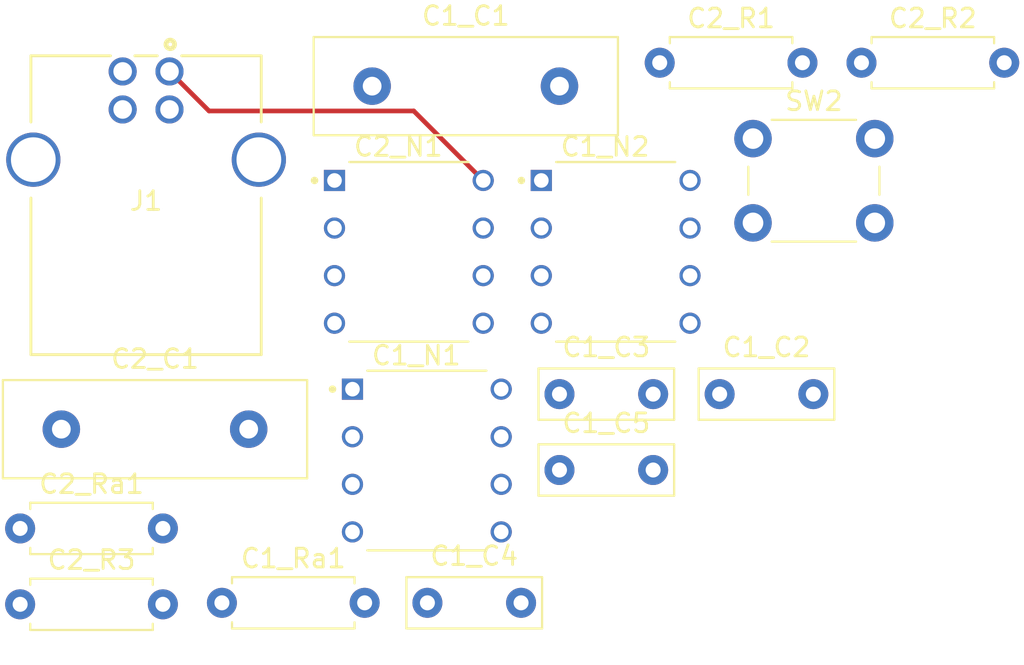
<source format=kicad_pcb>
(kicad_pcb (version 20211014) (generator pcbnew)
  (layers (0 "F.Cu" signal) (31 "B.Cu" signal) (34 "B.Paste" user) (35 "F.Paste" user) (36 "B.SilkS" user "B.Silkscreen") (37 "F.SilkS" user "F.Silkscreen") (38 "B.Mask" user) (39 "F.Mask" user) (44 "Edge.Cuts" user))
  (net 0 "")
  (net 5 "Net-(C1_C1-Pad1)")
  (net 7 "Net-(C1_N1-Pad7)")
  (net 8 "Net-(C1_C4-Pad1)")
  (net 9 "Net-(C1_N2-Pad2)")
  (net 10 "Net-(C1_N2-Pad4)")
  (net 15 "Net-(C1_C1-Pad2)")
  (net 16 "Net-(C1_C2-Pad1)")
  (net 17 "Net-(C1_C3-Pad1)")
  (net 18 "Net-(C1_C5-Pad1)")
  (net 19 "Net-(C1_N1-Pad3)")
  (net 20 "Net-(C1_N2-Pad3)")
  (net 21 "Net-(C2_C1-Pad1)")
  (net 22 "Net-(C2_N1-Pad2)")
  (net 23 "Net-(C2_N1-Pad3)")
  (footprint "Capacitor_THT:C_Disc_D7.0mm_W2.5mm_P5.00mm" (layer "F.Cu") (at 56.65 39.3)
    (fp_text reference "C1_C2" (at 2.5 -2.5) (layer "F.SilkS"))
    (fp_text value "0.01µF")
    (fp_line (start -1.12 -1.37) (end 6.12 -1.37) (layer "F.SilkS") (width 0.12))
    (fp_line (start 6.12 -1.37) (end 6.12 1.37) (layer "F.SilkS") (width 0.12))
    (fp_line (start -1.12 -1.37) (end -1.12 1.37) (layer "F.SilkS") (width 0.12))
    (fp_line (start -1.12 1.37) (end 6.12 1.37) (layer "F.SilkS") (width 0.12))
    (pad "1" thru_hole circle (at 0 0) (size 1.6 1.6) (drill 0.8) (layers *.Cu *.Mask) (net 16 "Net-(C1_C2-Pad1)"))
    (pad "2" thru_hole circle (at 5 0) (size 1.6 1.6) (drill 0.8) (layers *.Cu *.Mask) (net 15 "Net-(C1_C1-Pad2)"))
  )
  (footprint "Capacitor_THT:C_Disc_D16.0mm_W5.0mm_P10.00mm" (layer "F.Cu") (at 21.51 41.17)
    (fp_text reference "C2_C1" (at 5 -3.75) (layer "F.SilkS"))
    (fp_text value "0.1µF")
    (fp_line (start -3.12 2.62) (end 13.12 2.62) (layer "F.SilkS") (width 0.12))
    (fp_line (start -3.12 -2.62) (end 13.12 -2.62) (layer "F.SilkS") (width 0.12))
    (fp_line (start 13.12 -2.62) (end 13.12 2.62) (layer "F.SilkS") (width 0.12))
    (fp_line (start -3.12 -2.62) (end -3.12 2.62) (layer "F.SilkS") (width 0.12))
    (pad "1" thru_hole circle (at 0 0) (size 2 2) (drill 1) (layers *.Cu *.Mask) (net 21 "Net-(C2_C1-Pad1)"))
    (pad "2" thru_hole circle (at 10 0) (size 2 2) (drill 1) (layers *.Cu *.Mask) (net 15 "Net-(C1_C1-Pad2)"))
  )
  (footprint "Capacitor_THT:C_Disc_D7.0mm_W2.5mm_P5.00mm" (layer "F.Cu") (at 41.05 50.44)
    (fp_text reference "C1_C4" (at 2.5 -2.5) (layer "F.SilkS"))
    (fp_text value "0.01µF")
    (fp_line (start -1.12 -1.37) (end 6.12 -1.37) (layer "F.SilkS") (width 0.12))
    (fp_line (start 6.12 -1.37) (end 6.12 1.37) (layer "F.SilkS") (width 0.12))
    (fp_line (start -1.12 -1.37) (end -1.12 1.37) (layer "F.SilkS") (width 0.12))
    (fp_line (start -1.12 1.37) (end 6.12 1.37) (layer "F.SilkS") (width 0.12))
    (pad "1" thru_hole circle (at 0 0) (size 1.6 1.6) (drill 0.8) (layers *.Cu *.Mask) (net 8 "Net-(C1_C4-Pad1)"))
    (pad "2" thru_hole circle (at 5 0) (size 1.6 1.6) (drill 0.8) (layers *.Cu *.Mask) (net 15 "Net-(C1_C1-Pad2)"))
  )
  (footprint "Resistor_THT:R_Axial_DIN0207_L6.3mm_D2.5mm_P7.62mm_Horizontal" (layer "F.Cu") (at 19.31 50.52)
    (fp_text reference "C2_R3" (at 3.81 -2.37) (layer "F.SilkS"))
    (fp_text value "1kΩ")
    (fp_line (start 0.54 1.37) (end 7.08 1.37) (layer "F.SilkS") (width 0.12))
    (fp_line (start 0.54 -1.04) (end 0.54 -1.37) (layer "F.SilkS") (width 0.12))
    (fp_line (start 7.08 1.37) (end 7.08 1.04) (layer "F.SilkS") (width 0.12))
    (fp_line (start 7.08 -1.37) (end 7.08 -1.04) (layer "F.SilkS") (width 0.12))
    (fp_line (start 0.54 1.04) (end 0.54 1.37) (layer "F.SilkS") (width 0.12))
    (fp_line (start 0.54 -1.37) (end 7.08 -1.37) (layer "F.SilkS") (width 0.12))
    (pad "1" thru_hole circle (at 0 0) (size 1.6 1.6) (drill 0.8) (layers *.Cu *.Mask) (net 17 "Net-(C1_C3-Pad1)"))
    (pad "2" thru_hole oval (at 7.62 0) (size 1.6 1.6) (drill 0.8) (layers *.Cu *.Mask) (net 9 "Net-(C1_N2-Pad2)"))
  )
  (footprint "Button_Switch_THT:SW_PUSH_6mm" (layer "F.Cu") (at 58.43 25.66)
    (fp_text reference "SW2" (at 3.25 -2) (layer "F.SilkS"))
    (fp_text value "SW_Push_Dual")
    (fp_line (start 6.75 3) (end 6.75 1.5) (layer "F.SilkS") (width 0.12))
    (fp_line (start 5.5 -1) (end 1 -1) (layer "F.SilkS") (width 0.12))
    (fp_line (start 1 5.5) (end 5.5 5.5) (layer "F.SilkS") (width 0.12))
    (fp_line (start -0.25 1.5) (end -0.25 3) (layer "F.SilkS") (width 0.12))
    (pad "1" thru_hole circle (at 0 0 90) (size 2 2) (drill 1.1) (layers *.Cu *.Mask))
    (pad "1" thru_hole circle (at 6.5 0 90) (size 2 2) (drill 1.1) (layers *.Cu *.Mask))
    (pad "2" thru_hole circle (at 0 4.5 90) (size 2 2) (drill 1.1) (layers *.Cu *.Mask))
    (pad "2" thru_hole circle (at 6.5 4.5 90) (size 2 2) (drill 1.1) (layers *.Cu *.Mask))
  )
  (footprint "Capacitor_THT:C_Disc_D7.0mm_W2.5mm_P5.00mm" (layer "F.Cu") (at 48.1 39.3)
    (fp_text reference "C1_C3" (at 2.5 -2.5) (layer "F.SilkS"))
    (fp_text value "0.1µF")
    (fp_line (start -1.12 -1.37) (end 6.12 -1.37) (layer "F.SilkS") (width 0.12))
    (fp_line (start -1.12 1.37) (end 6.12 1.37) (layer "F.SilkS") (width 0.12))
    (fp_line (start -1.12 -1.37) (end -1.12 1.37) (layer "F.SilkS") (width 0.12))
    (fp_line (start 6.12 -1.37) (end 6.12 1.37) (layer "F.SilkS") (width 0.12))
    (pad "1" thru_hole circle (at 0 0) (size 1.6 1.6) (drill 0.8) (layers *.Cu *.Mask) (net 17 "Net-(C1_C3-Pad1)"))
    (pad "2" thru_hole circle (at 5 0) (size 1.6 1.6) (drill 0.8) (layers *.Cu *.Mask) (net 15 "Net-(C1_C1-Pad2)"))
  )
  (footprint "Resistor_THT:R_Axial_DIN0207_L6.3mm_D2.5mm_P7.62mm_Horizontal" (layer "F.Cu") (at 19.31 46.47)
    (fp_text reference "C2_Ra1" (at 3.81 -2.37) (layer "F.SilkS"))
    (fp_text value "1MΩ")
    (fp_line (start 0.54 1.04) (end 0.54 1.37) (layer "F.SilkS") (width 0.12))
    (fp_line (start 7.08 1.37) (end 7.08 1.04) (layer "F.SilkS") (width 0.12))
    (fp_line (start 7.08 -1.37) (end 7.08 -1.04) (layer "F.SilkS") (width 0.12))
    (fp_line (start 0.54 1.37) (end 7.08 1.37) (layer "F.SilkS") (width 0.12))
    (fp_line (start 0.54 -1.04) (end 0.54 -1.37) (layer "F.SilkS") (width 0.12))
    (fp_line (start 0.54 -1.37) (end 7.08 -1.37) (layer "F.SilkS") (width 0.12))
    (pad "1" thru_hole circle (at 0 0) (size 1.6 1.6) (drill 0.8) (layers *.Cu *.Mask) (net 17 "Net-(C1_C3-Pad1)"))
    (pad "2" thru_hole oval (at 7.62 0) (size 1.6 1.6) (drill 0.8) (layers *.Cu *.Mask) (net 21 "Net-(C2_C1-Pad1)"))
  )
  (footprint "NE555P:DIP794W45P254L959H508Q8" (layer "F.Cu") (at 40.06 31.705)
    (fp_text reference "C2_N1" (at -0.565 -5.607) (layer "F.SilkS"))
    (fp_text value "NE555P")
    (fp_line (start -3.175 -4.795) (end 3.175 -4.795) (layer "F.SilkS") (width 0.127))
    (fp_line (start -3.175 4.795) (end 3.175 4.795) (layer "F.SilkS") (width 0.127))
    (fp_circle (center -5.035 -3.81) (end -4.935 -3.81) (layer "F.SilkS") (width 0.2) (fill none))
    (pad "1" thru_hole rect locked (at -3.97 -3.81) (size 1.13 1.13) (drill 0.78) (layers *.Cu *.Mask) (net 15 "Net-(C1_C1-Pad2)"))
    (pad "2" thru_hole circle locked (at -3.97 -1.27) (size 1.13 1.13) (drill 0.78) (layers *.Cu *.Mask) (net 22 "Net-(C2_N1-Pad2)"))
    (pad "3" thru_hole circle locked (at -3.97 1.27) (size 1.13 1.13) (drill 0.78) (layers *.Cu *.Mask) (net 23 "Net-(C2_N1-Pad3)"))
    (pad "4" thru_hole circle locked (at -3.97 3.81) (size 1.13 1.13) (drill 0.78) (layers *.Cu *.Mask))
    (pad "5" thru_hole circle locked (at 3.97 3.81) (size 1.13 1.13) (drill 0.78) (layers *.Cu *.Mask) (net 18 "Net-(C1_C5-Pad1)"))
    (pad "6" thru_hole circle locked (at 3.97 1.27) (size 1.13 1.13) (drill 0.78) (layers *.Cu *.Mask) (net 21 "Net-(C2_C1-Pad1)"))
    (pad "7" thru_hole circle locked (at 3.97 -1.27) (size 1.13 1.13) (drill 0.78) (layers *.Cu *.Mask) (net 21 "Net-(C2_C1-Pad1)"))
    (pad "8" thru_hole circle locked (at 3.97 -3.81) (size 1.13 1.13) (drill 0.78) (layers *.Cu *.Mask) (net 17 "Net-(C1_C3-Pad1)"))
  )
  (footprint "Capacitor_THT:C_Disc_D7.0mm_W2.5mm_P5.00mm" (layer "F.Cu") (at 48.1 43.35)
    (fp_text reference "C1_C5" (at 2.5 -2.5) (layer "F.SilkS"))
    (fp_text value "0.01µF")
    (fp_line (start -1.12 -1.37) (end 6.12 -1.37) (layer "F.SilkS") (width 0.12))
    (fp_line (start 6.12 -1.37) (end 6.12 1.37) (layer "F.SilkS") (width 0.12))
    (fp_line (start -1.12 1.37) (end 6.12 1.37) (layer "F.SilkS") (width 0.12))
    (fp_line (start -1.12 -1.37) (end -1.12 1.37) (layer "F.SilkS") (width 0.12))
    (pad "1" thru_hole circle (at 0 0) (size 1.6 1.6) (drill 0.8) (layers *.Cu *.Mask) (net 18 "Net-(C1_C5-Pad1)"))
    (pad "2" thru_hole circle (at 5 0) (size 1.6 1.6) (drill 0.8) (layers *.Cu *.Mask) (net 15 "Net-(C1_C1-Pad2)"))
  )
  (footprint "Resistor_THT:R_Axial_DIN0207_L6.3mm_D2.5mm_P7.62mm_Horizontal" (layer "F.Cu") (at 64.22 21.61)
    (fp_text reference "C2_R2" (at 3.81 -2.37) (layer "F.SilkS"))
    (fp_text value "1kΩ")
    (fp_line (start 0.54 1.04) (end 0.54 1.37) (layer "F.SilkS") (width 0.12))
    (fp_line (start 0.54 -1.37) (end 7.08 -1.37) (layer "F.SilkS") (width 0.12))
    (fp_line (start 7.08 -1.37) (end 7.08 -1.04) (layer "F.SilkS") (width 0.12))
    (fp_line (start 0.54 1.37) (end 7.08 1.37) (layer "F.SilkS") (width 0.12))
    (fp_line (start 7.08 1.37) (end 7.08 1.04) (layer "F.SilkS") (width 0.12))
    (fp_line (start 0.54 -1.04) (end 0.54 -1.37) (layer "F.SilkS") (width 0.12))
    (pad "1" thru_hole circle (at 0 0) (size 1.6 1.6) (drill 0.8) (layers *.Cu *.Mask) (net 17 "Net-(C1_C3-Pad1)"))
    (pad "2" thru_hole oval (at 7.62 0) (size 1.6 1.6) (drill 0.8) (layers *.Cu *.Mask) (net 22 "Net-(C2_N1-Pad2)"))
  )
  (footprint "Resistor_THT:R_Axial_DIN0207_L6.3mm_D2.5mm_P7.62mm_Horizontal" (layer "F.Cu") (at 53.45 21.61)
    (fp_text reference "C2_R1" (at 3.81 -2.37) (layer "F.SilkS"))
    (fp_text value "1kΩ")
    (fp_line (start 7.08 -1.37) (end 7.08 -1.04) (layer "F.SilkS") (width 0.12))
    (fp_line (start 0.54 1.04) (end 0.54 1.37) (layer "F.SilkS") (width 0.12))
    (fp_line (start 0.54 -1.04) (end 0.54 -1.37) (layer "F.SilkS") (width 0.12))
    (fp_line (start 7.08 1.37) (end 7.08 1.04) (layer "F.SilkS") (width 0.12))
    (fp_line (start 0.54 1.37) (end 7.08 1.37) (layer "F.SilkS") (width 0.12))
    (fp_line (start 0.54 -1.37) (end 7.08 -1.37) (layer "F.SilkS") (width 0.12))
    (pad "1" thru_hole circle (at 0 0) (size 1.6 1.6) (drill 0.8) (layers *.Cu *.Mask) (net 17 "Net-(C1_C3-Pad1)"))
    (pad "2" thru_hole oval (at 7.62 0) (size 1.6 1.6) (drill 0.8) (layers *.Cu *.Mask) (net 10 "Net-(C1_N2-Pad4)"))
  )
  (footprint "USB B 292304-1:CONN4-292304_TEC" (layer "F.Cu") (at 24.782999 20.6311)
    (fp_text reference "J1" (at 1.25 8.3566 unlocked) (layer "F.SilkS"))
    (fp_text value "292304-1")
    (fp_line (start 7.3968 16.5608) (end 7.3968 8.202219) (layer "F.SilkS") (width 0.1524))
    (fp_line (start -4.8968 16.5608) (end 7.3968 16.5608) (layer "F.SilkS") (width 0.1524))
    (fp_line (start -0.651925 0.6096) (end -4.8968 0.6096) (layer "F.SilkS") (width 0.1524))
    (fp_line (start 1.848076 0.6096) (end 0.651925 0.6096) (layer "F.SilkS") (width 0.1524))
    (fp_line (start 7.3968 4.142181) (end 7.3968 0.6096) (layer "F.SilkS") (width 0.1524))
    (fp_line (start -4.8968 0.6096) (end -4.8968 4.142181) (layer "F.SilkS") (width 0.1524))
    (fp_line (start 7.3968 0.6096) (end 3.151925 0.6096) (layer "F.SilkS") (width 0.1524))
    (fp_line (start -4.8968 8.202219) (end -4.8968 16.5608) (layer "F.SilkS") (width 0.1524))
    (fp_circle (center 2.54 0) (end 2.6416 0) (layer "F.SilkS") (width 0.254) (fill none))
    (pad "1" thru_hole circle (at 2.5 1.4442 90) (size 1.4986 1.4986) (drill 0.9906) (layers *.Cu *.Mask) (net 17 "Net-(C1_C3-Pad1)"))
    (pad "2" thru_hole circle (at 0 1.4442 90) (size 1.4986 1.4986) (drill 0.9906) (layers *.Cu *.Mask))
    (pad "3" thru_hole circle (at 0 3.4732 90) (size 1.4986 1.4986) (drill 0.9906) (layers *.Cu *.Mask))
    (pad "4" thru_hole circle (at 2.5 3.4732 90) (size 1.4986 1.4986) (drill 0.9906) (layers *.Cu *.Mask) (net 15 "Net-(C1_C1-Pad2)"))
    (pad "5" thru_hole circle (at -4.769999 6.1542 90) (size 2.8956 2.8956) (drill 2.3876) (layers *.Cu *.Mask))
    (pad "6" thru_hole circle (at 7.269999 6.1542 90) (size 2.8956 2.8956) (drill 2.3876) (layers *.Cu *.Mask))
  )
  (footprint "NE555P:DIP794W45P254L959H508Q8" (layer "F.Cu") (at 51.1 31.705)
    (fp_text reference "C1_N2" (at -0.565 -5.607) (layer "F.SilkS"))
    (fp_text value "NE555P")
    (fp_line (start -3.175 -4.795) (end 3.175 -4.795) (layer "F.SilkS") (width 0.127))
    (fp_line (start -3.175 4.795) (end 3.175 4.795) (layer "F.SilkS") (width 0.127))
    (fp_circle (center -5.035 -3.81) (end -4.935 -3.81) (layer "F.SilkS") (width 0.2) (fill none))
    (pad "1" thru_hole rect locked (at -3.97 -3.81) (size 1.13 1.13) (drill 0.78) (layers *.Cu *.Mask) (net 15 "Net-(C1_C1-Pad2)"))
    (pad "2" thru_hole circle locked (at -3.97 -1.27) (size 1.13 1.13) (drill 0.78) (layers *.Cu *.Mask) (net 9 "Net-(C1_N2-Pad2)"))
    (pad "3" thru_hole circle locked (at -3.97 1.27) (size 1.13 1.13) (drill 0.78) (layers *.Cu *.Mask) (net 20 "Net-(C1_N2-Pad3)"))
    (pad "4" thru_hole circle locked (at -3.97 3.81) (size 1.13 1.13) (drill 0.78) (layers *.Cu *.Mask) (net 10 "Net-(C1_N2-Pad4)"))
    (pad "5" thru_hole circle locked (at 3.97 3.81) (size 1.13 1.13) (drill 0.78) (layers *.Cu *.Mask) (net 8 "Net-(C1_C4-Pad1)"))
    (pad "6" thru_hole circle locked (at 3.97 1.27) (size 1.13 1.13) (drill 0.78) (layers *.Cu *.Mask) (net 15 "Net-(C1_C1-Pad2)"))
    (pad "7" thru_hole circle locked (at 3.97 -1.27) (size 1.13 1.13) (drill 0.78) (layers *.Cu *.Mask))
    (pad "8" thru_hole circle locked (at 3.97 -3.81) (size 1.13 1.13) (drill 0.78) (layers *.Cu *.Mask) (net 17 "Net-(C1_C3-Pad1)"))
  )
  (footprint "NE555P:DIP794W45P254L959H508Q8" (layer "F.Cu") (at 41.02 42.845)
    (fp_text reference "C1_N1" (at -0.565 -5.607) (layer "F.SilkS"))
    (fp_text value "NE555P")
    (fp_line (start -3.175 4.795) (end 3.175 4.795) (layer "F.SilkS") (width 0.127))
    (fp_line (start -3.175 -4.795) (end 3.175 -4.795) (layer "F.SilkS") (width 0.127))
    (fp_circle (center -5.035 -3.81) (end -4.935 -3.81) (layer "F.SilkS") (width 0.2) (fill none))
    (pad "1" thru_hole rect locked (at -3.97 -3.81) (size 1.13 1.13) (drill 0.78) (layers *.Cu *.Mask) (net 15 "Net-(C1_C1-Pad2)"))
    (pad "2" thru_hole circle locked (at -3.97 -1.27) (size 1.13 1.13) (drill 0.78) (layers *.Cu *.Mask) (net 5 "Net-(C1_C1-Pad1)"))
    (pad "3" thru_hole circle locked (at -3.97 1.27) (size 1.13 1.13) (drill 0.78) (layers *.Cu *.Mask) (net 19 "Net-(C1_N1-Pad3)"))
    (pad "4" thru_hole circle locked (at -3.97 3.81) (size 1.13 1.13) (drill 0.78) (layers *.Cu *.Mask))
    (pad "5" thru_hole circle locked (at 3.97 3.81) (size 1.13 1.13) (drill 0.78) (layers *.Cu *.Mask) (net 16 "Net-(C1_C2-Pad1)"))
    (pad "6" thru_hole circle locked (at 3.97 1.27) (size 1.13 1.13) (drill 0.78) (layers *.Cu *.Mask) (net 5 "Net-(C1_C1-Pad1)"))
    (pad "7" thru_hole circle locked (at 3.97 -1.27) (size 1.13 1.13) (drill 0.78) (layers *.Cu *.Mask) (net 7 "Net-(C1_N1-Pad7)"))
    (pad "8" thru_hole circle locked (at 3.97 -3.81) (size 1.13 1.13) (drill 0.78) (layers *.Cu *.Mask) (net 17 "Net-(C1_C3-Pad1)"))
  )
  (footprint "Resistor_THT:R_Axial_DIN0207_L6.3mm_D2.5mm_P7.62mm_Horizontal" (layer "F.Cu") (at 30.08 50.44)
    (fp_text reference "C1_Ra1" (at 3.81 -2.37) (layer "F.SilkS"))
    (fp_text value "100Ω")
    (fp_line (start 7.08 1.37) (end 7.08 1.04) (layer "F.SilkS") (width 0.12))
    (fp_line (start 0.54 1.37) (end 7.08 1.37) (layer "F.SilkS") (width 0.12))
    (fp_line (start 0.54 -1.37) (end 7.08 -1.37) (layer "F.SilkS") (width 0.12))
    (fp_line (start 0.54 1.04) (end 0.54 1.37) (layer "F.SilkS") (width 0.12))
    (fp_line (start 0.54 -1.04) (end 0.54 -1.37) (layer "F.SilkS") (width 0.12))
    (fp_line (start 7.08 -1.37) (end 7.08 -1.04) (layer "F.SilkS") (width 0.12))
    (pad "1" thru_hole circle (at 0 0) (size 1.6 1.6) (drill 0.8) (layers *.Cu *.Mask) (net 17 "Net-(C1_C3-Pad1)"))
    (pad "2" thru_hole oval (at 7.62 0) (size 1.6 1.6) (drill 0.8) (layers *.Cu *.Mask) (net 7 "Net-(C1_N1-Pad7)"))
  )
  (footprint "Capacitor_THT:C_Disc_D16.0mm_W5.0mm_P10.00mm" (layer "F.Cu") (at 38.1 22.86)
    (fp_text reference "C1_C1" (at 5 -3.75) (layer "F.SilkS"))
    (fp_text value "0.1µF")
    (fp_line (start -3.12 2.62) (end 13.12 2.62) (layer "F.SilkS") (width 0.12))
    (fp_line (start -3.12 -2.62) (end 13.12 -2.62) (layer "F.SilkS") (width 0.12))
    (fp_line (start -3.12 -2.62) (end -3.12 2.62) (layer "F.SilkS") (width 0.12))
    (fp_line (start 13.12 -2.62) (end 13.12 2.62) (layer "F.SilkS") (width 0.12))
    (pad "1" thru_hole circle (at 0 0) (size 2 2) (drill 1) (layers *.Cu *.Mask) (net 5 "Net-(C1_C1-Pad1)"))
    (pad "2" thru_hole circle (at 10 0) (size 2 2) (drill 1) (layers *.Cu *.Mask) (net 15 "Net-(C1_C1-Pad2)"))
  )
  (segment (start 29.392699 24.185) (end 40.32 24.185) (width 0.25) (layer "F.Cu") (net 17))
  (segment (start 40.32 24.185) (end 44.03 27.895) (width 0.25) (layer "F.Cu") (net 17))
  (segment (start 27.282999 22.0753) (end 29.392699 24.185) (width 0.25) (layer "F.Cu") (net 17))
)
</source>
